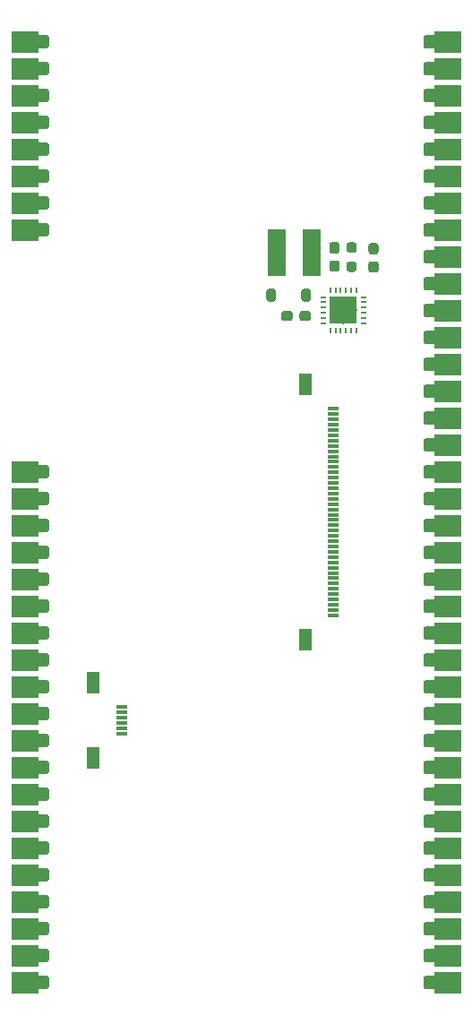
<source format=gts>
G04 #@! TF.GenerationSoftware,KiCad,Pcbnew,9.0.1+1*
G04 #@! TF.CreationDate,2025-11-11T14:39:45+00:00*
G04 #@! TF.ProjectId,lcd-panel,6c63642d-7061-46e6-956c-2e6b69636164,rev?*
G04 #@! TF.SameCoordinates,Original*
G04 #@! TF.FileFunction,Soldermask,Top*
G04 #@! TF.FilePolarity,Negative*
%FSLAX46Y46*%
G04 Gerber Fmt 4.6, Leading zero omitted, Abs format (unit mm)*
G04 Created by KiCad (PCBNEW 9.0.1+1) date 2025-11-11 14:39:45*
%MOMM*%
%LPD*%
G01*
G04 APERTURE LIST*
%ADD10R,2.540000X2.000000*%
%ADD11R,1.800000X4.500000*%
%ADD12R,0.599999X0.249999*%
%ADD13R,0.249999X0.599999*%
%ADD14C,0.500000*%
%ADD15R,2.600000X2.600000*%
%ADD16R,1.000000X0.300000*%
%ADD17R,1.300000X2.000000*%
G04 APERTURE END LIST*
D10*
X88400000Y-51440000D03*
G36*
G01*
X90725000Y-51065000D02*
X90725000Y-51815000D01*
G75*
G02*
X90475000Y-52065000I-250000J0D01*
G01*
X89725000Y-52065000D01*
G75*
G02*
X89475000Y-51815000I0J250000D01*
G01*
X89475000Y-51065000D01*
G75*
G02*
X89725000Y-50815000I250000J0D01*
G01*
X90475000Y-50815000D01*
G75*
G02*
X90725000Y-51065000I0J-250000D01*
G01*
G37*
X88400000Y-53980000D03*
G36*
G01*
X90725000Y-53605000D02*
X90725000Y-54355000D01*
G75*
G02*
X90475000Y-54605000I-250000J0D01*
G01*
X89725000Y-54605000D01*
G75*
G02*
X89475000Y-54355000I0J250000D01*
G01*
X89475000Y-53605000D01*
G75*
G02*
X89725000Y-53355000I250000J0D01*
G01*
X90475000Y-53355000D01*
G75*
G02*
X90725000Y-53605000I0J-250000D01*
G01*
G37*
X88400000Y-56520000D03*
G36*
G01*
X90725000Y-56145000D02*
X90725000Y-56895000D01*
G75*
G02*
X90475000Y-57145000I-250000J0D01*
G01*
X89725000Y-57145000D01*
G75*
G02*
X89475000Y-56895000I0J250000D01*
G01*
X89475000Y-56145000D01*
G75*
G02*
X89725000Y-55895000I250000J0D01*
G01*
X90475000Y-55895000D01*
G75*
G02*
X90725000Y-56145000I0J-250000D01*
G01*
G37*
X88400000Y-59060000D03*
G36*
G01*
X90725000Y-58685000D02*
X90725000Y-59435000D01*
G75*
G02*
X90475000Y-59685000I-250000J0D01*
G01*
X89725000Y-59685000D01*
G75*
G02*
X89475000Y-59435000I0J250000D01*
G01*
X89475000Y-58685000D01*
G75*
G02*
X89725000Y-58435000I250000J0D01*
G01*
X90475000Y-58435000D01*
G75*
G02*
X90725000Y-58685000I0J-250000D01*
G01*
G37*
X88400000Y-61600000D03*
G36*
G01*
X90725000Y-61225000D02*
X90725000Y-61975000D01*
G75*
G02*
X90475000Y-62225000I-250000J0D01*
G01*
X89725000Y-62225000D01*
G75*
G02*
X89475000Y-61975000I0J250000D01*
G01*
X89475000Y-61225000D01*
G75*
G02*
X89725000Y-60975000I250000J0D01*
G01*
X90475000Y-60975000D01*
G75*
G02*
X90725000Y-61225000I0J-250000D01*
G01*
G37*
X88400000Y-64140000D03*
G36*
G01*
X90725000Y-63765000D02*
X90725000Y-64515000D01*
G75*
G02*
X90475000Y-64765000I-250000J0D01*
G01*
X89725000Y-64765000D01*
G75*
G02*
X89475000Y-64515000I0J250000D01*
G01*
X89475000Y-63765000D01*
G75*
G02*
X89725000Y-63515000I250000J0D01*
G01*
X90475000Y-63515000D01*
G75*
G02*
X90725000Y-63765000I0J-250000D01*
G01*
G37*
X88400000Y-66680000D03*
G36*
G01*
X90725000Y-66305000D02*
X90725000Y-67055000D01*
G75*
G02*
X90475000Y-67305000I-250000J0D01*
G01*
X89725000Y-67305000D01*
G75*
G02*
X89475000Y-67055000I0J250000D01*
G01*
X89475000Y-66305000D01*
G75*
G02*
X89725000Y-66055000I250000J0D01*
G01*
X90475000Y-66055000D01*
G75*
G02*
X90725000Y-66305000I0J-250000D01*
G01*
G37*
X88400000Y-69220000D03*
G36*
G01*
X90725000Y-68845000D02*
X90725000Y-69595000D01*
G75*
G02*
X90475000Y-69845000I-250000J0D01*
G01*
X89725000Y-69845000D01*
G75*
G02*
X89475000Y-69595000I0J250000D01*
G01*
X89475000Y-68845000D01*
G75*
G02*
X89725000Y-68595000I250000J0D01*
G01*
X90475000Y-68595000D01*
G75*
G02*
X90725000Y-68845000I0J-250000D01*
G01*
G37*
X88400000Y-92080000D03*
G36*
G01*
X90725000Y-91705000D02*
X90725000Y-92455000D01*
G75*
G02*
X90475000Y-92705000I-250000J0D01*
G01*
X89725000Y-92705000D01*
G75*
G02*
X89475000Y-92455000I0J250000D01*
G01*
X89475000Y-91705000D01*
G75*
G02*
X89725000Y-91455000I250000J0D01*
G01*
X90475000Y-91455000D01*
G75*
G02*
X90725000Y-91705000I0J-250000D01*
G01*
G37*
X88400000Y-94620000D03*
G36*
G01*
X90725000Y-94245000D02*
X90725000Y-94995000D01*
G75*
G02*
X90475000Y-95245000I-250000J0D01*
G01*
X89725000Y-95245000D01*
G75*
G02*
X89475000Y-94995000I0J250000D01*
G01*
X89475000Y-94245000D01*
G75*
G02*
X89725000Y-93995000I250000J0D01*
G01*
X90475000Y-93995000D01*
G75*
G02*
X90725000Y-94245000I0J-250000D01*
G01*
G37*
X88400000Y-97160000D03*
G36*
G01*
X90725000Y-96785000D02*
X90725000Y-97535000D01*
G75*
G02*
X90475000Y-97785000I-250000J0D01*
G01*
X89725000Y-97785000D01*
G75*
G02*
X89475000Y-97535000I0J250000D01*
G01*
X89475000Y-96785000D01*
G75*
G02*
X89725000Y-96535000I250000J0D01*
G01*
X90475000Y-96535000D01*
G75*
G02*
X90725000Y-96785000I0J-250000D01*
G01*
G37*
X88400000Y-99700000D03*
G36*
G01*
X90725000Y-99325000D02*
X90725000Y-100075000D01*
G75*
G02*
X90475000Y-100325000I-250000J0D01*
G01*
X89725000Y-100325000D01*
G75*
G02*
X89475000Y-100075000I0J250000D01*
G01*
X89475000Y-99325000D01*
G75*
G02*
X89725000Y-99075000I250000J0D01*
G01*
X90475000Y-99075000D01*
G75*
G02*
X90725000Y-99325000I0J-250000D01*
G01*
G37*
X88400000Y-102240000D03*
G36*
G01*
X90725000Y-101865000D02*
X90725000Y-102615000D01*
G75*
G02*
X90475000Y-102865000I-250000J0D01*
G01*
X89725000Y-102865000D01*
G75*
G02*
X89475000Y-102615000I0J250000D01*
G01*
X89475000Y-101865000D01*
G75*
G02*
X89725000Y-101615000I250000J0D01*
G01*
X90475000Y-101615000D01*
G75*
G02*
X90725000Y-101865000I0J-250000D01*
G01*
G37*
X88400000Y-104780000D03*
G36*
G01*
X90725000Y-104405000D02*
X90725000Y-105155000D01*
G75*
G02*
X90475000Y-105405000I-250000J0D01*
G01*
X89725000Y-105405000D01*
G75*
G02*
X89475000Y-105155000I0J250000D01*
G01*
X89475000Y-104405000D01*
G75*
G02*
X89725000Y-104155000I250000J0D01*
G01*
X90475000Y-104155000D01*
G75*
G02*
X90725000Y-104405000I0J-250000D01*
G01*
G37*
X88400000Y-107320000D03*
G36*
G01*
X90725000Y-106945000D02*
X90725000Y-107695000D01*
G75*
G02*
X90475000Y-107945000I-250000J0D01*
G01*
X89725000Y-107945000D01*
G75*
G02*
X89475000Y-107695000I0J250000D01*
G01*
X89475000Y-106945000D01*
G75*
G02*
X89725000Y-106695000I250000J0D01*
G01*
X90475000Y-106695000D01*
G75*
G02*
X90725000Y-106945000I0J-250000D01*
G01*
G37*
X88400000Y-109860000D03*
G36*
G01*
X90725000Y-109485000D02*
X90725000Y-110235000D01*
G75*
G02*
X90475000Y-110485000I-250000J0D01*
G01*
X89725000Y-110485000D01*
G75*
G02*
X89475000Y-110235000I0J250000D01*
G01*
X89475000Y-109485000D01*
G75*
G02*
X89725000Y-109235000I250000J0D01*
G01*
X90475000Y-109235000D01*
G75*
G02*
X90725000Y-109485000I0J-250000D01*
G01*
G37*
X88400000Y-112400000D03*
G36*
G01*
X90725000Y-112025000D02*
X90725000Y-112775000D01*
G75*
G02*
X90475000Y-113025000I-250000J0D01*
G01*
X89725000Y-113025000D01*
G75*
G02*
X89475000Y-112775000I0J250000D01*
G01*
X89475000Y-112025000D01*
G75*
G02*
X89725000Y-111775000I250000J0D01*
G01*
X90475000Y-111775000D01*
G75*
G02*
X90725000Y-112025000I0J-250000D01*
G01*
G37*
X88400000Y-114940000D03*
G36*
G01*
X90725000Y-114565000D02*
X90725000Y-115315000D01*
G75*
G02*
X90475000Y-115565000I-250000J0D01*
G01*
X89725000Y-115565000D01*
G75*
G02*
X89475000Y-115315000I0J250000D01*
G01*
X89475000Y-114565000D01*
G75*
G02*
X89725000Y-114315000I250000J0D01*
G01*
X90475000Y-114315000D01*
G75*
G02*
X90725000Y-114565000I0J-250000D01*
G01*
G37*
X88400000Y-117480000D03*
G36*
G01*
X90725000Y-117105000D02*
X90725000Y-117855000D01*
G75*
G02*
X90475000Y-118105000I-250000J0D01*
G01*
X89725000Y-118105000D01*
G75*
G02*
X89475000Y-117855000I0J250000D01*
G01*
X89475000Y-117105000D01*
G75*
G02*
X89725000Y-116855000I250000J0D01*
G01*
X90475000Y-116855000D01*
G75*
G02*
X90725000Y-117105000I0J-250000D01*
G01*
G37*
X88400000Y-120020000D03*
G36*
G01*
X90725000Y-119645000D02*
X90725000Y-120395000D01*
G75*
G02*
X90475000Y-120645000I-250000J0D01*
G01*
X89725000Y-120645000D01*
G75*
G02*
X89475000Y-120395000I0J250000D01*
G01*
X89475000Y-119645000D01*
G75*
G02*
X89725000Y-119395000I250000J0D01*
G01*
X90475000Y-119395000D01*
G75*
G02*
X90725000Y-119645000I0J-250000D01*
G01*
G37*
X88400000Y-122560000D03*
G36*
G01*
X90725000Y-122185000D02*
X90725000Y-122935000D01*
G75*
G02*
X90475000Y-123185000I-250000J0D01*
G01*
X89725000Y-123185000D01*
G75*
G02*
X89475000Y-122935000I0J250000D01*
G01*
X89475000Y-122185000D01*
G75*
G02*
X89725000Y-121935000I250000J0D01*
G01*
X90475000Y-121935000D01*
G75*
G02*
X90725000Y-122185000I0J-250000D01*
G01*
G37*
X88400000Y-125100000D03*
G36*
G01*
X90725000Y-124725000D02*
X90725000Y-125475000D01*
G75*
G02*
X90475000Y-125725000I-250000J0D01*
G01*
X89725000Y-125725000D01*
G75*
G02*
X89475000Y-125475000I0J250000D01*
G01*
X89475000Y-124725000D01*
G75*
G02*
X89725000Y-124475000I250000J0D01*
G01*
X90475000Y-124475000D01*
G75*
G02*
X90725000Y-124725000I0J-250000D01*
G01*
G37*
X88400000Y-127640000D03*
G36*
G01*
X90725000Y-127265000D02*
X90725000Y-128015000D01*
G75*
G02*
X90475000Y-128265000I-250000J0D01*
G01*
X89725000Y-128265000D01*
G75*
G02*
X89475000Y-128015000I0J250000D01*
G01*
X89475000Y-127265000D01*
G75*
G02*
X89725000Y-127015000I250000J0D01*
G01*
X90475000Y-127015000D01*
G75*
G02*
X90725000Y-127265000I0J-250000D01*
G01*
G37*
X88400000Y-130180000D03*
G36*
G01*
X90725000Y-129805000D02*
X90725000Y-130555000D01*
G75*
G02*
X90475000Y-130805000I-250000J0D01*
G01*
X89725000Y-130805000D01*
G75*
G02*
X89475000Y-130555000I0J250000D01*
G01*
X89475000Y-129805000D01*
G75*
G02*
X89725000Y-129555000I250000J0D01*
G01*
X90475000Y-129555000D01*
G75*
G02*
X90725000Y-129805000I0J-250000D01*
G01*
G37*
X88400000Y-132720000D03*
G36*
G01*
X90725000Y-132345000D02*
X90725000Y-133095000D01*
G75*
G02*
X90475000Y-133345000I-250000J0D01*
G01*
X89725000Y-133345000D01*
G75*
G02*
X89475000Y-133095000I0J250000D01*
G01*
X89475000Y-132345000D01*
G75*
G02*
X89725000Y-132095000I250000J0D01*
G01*
X90475000Y-132095000D01*
G75*
G02*
X90725000Y-132345000I0J-250000D01*
G01*
G37*
X88400000Y-135260000D03*
G36*
G01*
X90725000Y-134885000D02*
X90725000Y-135635000D01*
G75*
G02*
X90475000Y-135885000I-250000J0D01*
G01*
X89725000Y-135885000D01*
G75*
G02*
X89475000Y-135635000I0J250000D01*
G01*
X89475000Y-134885000D01*
G75*
G02*
X89725000Y-134635000I250000J0D01*
G01*
X90475000Y-134635000D01*
G75*
G02*
X90725000Y-134885000I0J-250000D01*
G01*
G37*
X88400000Y-137800000D03*
G36*
G01*
X90725000Y-137425000D02*
X90725000Y-138175000D01*
G75*
G02*
X90475000Y-138425000I-250000J0D01*
G01*
X89725000Y-138425000D01*
G75*
G02*
X89475000Y-138175000I0J250000D01*
G01*
X89475000Y-137425000D01*
G75*
G02*
X89725000Y-137175000I250000J0D01*
G01*
X90475000Y-137175000D01*
G75*
G02*
X90725000Y-137425000I0J-250000D01*
G01*
G37*
X88400000Y-140340000D03*
G36*
G01*
X90725000Y-139965000D02*
X90725000Y-140715000D01*
G75*
G02*
X90475000Y-140965000I-250000J0D01*
G01*
X89725000Y-140965000D01*
G75*
G02*
X89475000Y-140715000I0J250000D01*
G01*
X89475000Y-139965000D01*
G75*
G02*
X89725000Y-139715000I250000J0D01*
G01*
X90475000Y-139715000D01*
G75*
G02*
X90725000Y-139965000I0J-250000D01*
G01*
G37*
G36*
G01*
X127325000Y-51065000D02*
X127325000Y-51815000D01*
G75*
G02*
X127075000Y-52065000I-250000J0D01*
G01*
X126325000Y-52065000D01*
G75*
G02*
X126075000Y-51815000I0J250000D01*
G01*
X126075000Y-51065000D01*
G75*
G02*
X126325000Y-50815000I250000J0D01*
G01*
X127075000Y-50815000D01*
G75*
G02*
X127325000Y-51065000I0J-250000D01*
G01*
G37*
X128400000Y-51440000D03*
G36*
G01*
X127325000Y-53605000D02*
X127325000Y-54355000D01*
G75*
G02*
X127075000Y-54605000I-250000J0D01*
G01*
X126325000Y-54605000D01*
G75*
G02*
X126075000Y-54355000I0J250000D01*
G01*
X126075000Y-53605000D01*
G75*
G02*
X126325000Y-53355000I250000J0D01*
G01*
X127075000Y-53355000D01*
G75*
G02*
X127325000Y-53605000I0J-250000D01*
G01*
G37*
X128400000Y-53980000D03*
G36*
G01*
X127325000Y-56145000D02*
X127325000Y-56895000D01*
G75*
G02*
X127075000Y-57145000I-250000J0D01*
G01*
X126325000Y-57145000D01*
G75*
G02*
X126075000Y-56895000I0J250000D01*
G01*
X126075000Y-56145000D01*
G75*
G02*
X126325000Y-55895000I250000J0D01*
G01*
X127075000Y-55895000D01*
G75*
G02*
X127325000Y-56145000I0J-250000D01*
G01*
G37*
X128400000Y-56520000D03*
G36*
G01*
X127325000Y-58685000D02*
X127325000Y-59435000D01*
G75*
G02*
X127075000Y-59685000I-250000J0D01*
G01*
X126325000Y-59685000D01*
G75*
G02*
X126075000Y-59435000I0J250000D01*
G01*
X126075000Y-58685000D01*
G75*
G02*
X126325000Y-58435000I250000J0D01*
G01*
X127075000Y-58435000D01*
G75*
G02*
X127325000Y-58685000I0J-250000D01*
G01*
G37*
X128400000Y-59060000D03*
G36*
G01*
X127325000Y-61225000D02*
X127325000Y-61975000D01*
G75*
G02*
X127075000Y-62225000I-250000J0D01*
G01*
X126325000Y-62225000D01*
G75*
G02*
X126075000Y-61975000I0J250000D01*
G01*
X126075000Y-61225000D01*
G75*
G02*
X126325000Y-60975000I250000J0D01*
G01*
X127075000Y-60975000D01*
G75*
G02*
X127325000Y-61225000I0J-250000D01*
G01*
G37*
X128400000Y-61600000D03*
G36*
G01*
X127325000Y-63765000D02*
X127325000Y-64515000D01*
G75*
G02*
X127075000Y-64765000I-250000J0D01*
G01*
X126325000Y-64765000D01*
G75*
G02*
X126075000Y-64515000I0J250000D01*
G01*
X126075000Y-63765000D01*
G75*
G02*
X126325000Y-63515000I250000J0D01*
G01*
X127075000Y-63515000D01*
G75*
G02*
X127325000Y-63765000I0J-250000D01*
G01*
G37*
X128400000Y-64140000D03*
G36*
G01*
X127325000Y-66305000D02*
X127325000Y-67055000D01*
G75*
G02*
X127075000Y-67305000I-250000J0D01*
G01*
X126325000Y-67305000D01*
G75*
G02*
X126075000Y-67055000I0J250000D01*
G01*
X126075000Y-66305000D01*
G75*
G02*
X126325000Y-66055000I250000J0D01*
G01*
X127075000Y-66055000D01*
G75*
G02*
X127325000Y-66305000I0J-250000D01*
G01*
G37*
X128400000Y-66680000D03*
G36*
G01*
X127325000Y-68845000D02*
X127325000Y-69595000D01*
G75*
G02*
X127075000Y-69845000I-250000J0D01*
G01*
X126325000Y-69845000D01*
G75*
G02*
X126075000Y-69595000I0J250000D01*
G01*
X126075000Y-68845000D01*
G75*
G02*
X126325000Y-68595000I250000J0D01*
G01*
X127075000Y-68595000D01*
G75*
G02*
X127325000Y-68845000I0J-250000D01*
G01*
G37*
X128400000Y-69220000D03*
G36*
G01*
X127325000Y-71385000D02*
X127325000Y-72135000D01*
G75*
G02*
X127075000Y-72385000I-250000J0D01*
G01*
X126325000Y-72385000D01*
G75*
G02*
X126075000Y-72135000I0J250000D01*
G01*
X126075000Y-71385000D01*
G75*
G02*
X126325000Y-71135000I250000J0D01*
G01*
X127075000Y-71135000D01*
G75*
G02*
X127325000Y-71385000I0J-250000D01*
G01*
G37*
X128400000Y-71760000D03*
G36*
G01*
X127325000Y-73925000D02*
X127325000Y-74675000D01*
G75*
G02*
X127075000Y-74925000I-250000J0D01*
G01*
X126325000Y-74925000D01*
G75*
G02*
X126075000Y-74675000I0J250000D01*
G01*
X126075000Y-73925000D01*
G75*
G02*
X126325000Y-73675000I250000J0D01*
G01*
X127075000Y-73675000D01*
G75*
G02*
X127325000Y-73925000I0J-250000D01*
G01*
G37*
X128400000Y-74300000D03*
G36*
G01*
X127325000Y-76465000D02*
X127325000Y-77215000D01*
G75*
G02*
X127075000Y-77465000I-250000J0D01*
G01*
X126325000Y-77465000D01*
G75*
G02*
X126075000Y-77215000I0J250000D01*
G01*
X126075000Y-76465000D01*
G75*
G02*
X126325000Y-76215000I250000J0D01*
G01*
X127075000Y-76215000D01*
G75*
G02*
X127325000Y-76465000I0J-250000D01*
G01*
G37*
X128400000Y-76840000D03*
G36*
G01*
X127325000Y-79005000D02*
X127325000Y-79755000D01*
G75*
G02*
X127075000Y-80005000I-250000J0D01*
G01*
X126325000Y-80005000D01*
G75*
G02*
X126075000Y-79755000I0J250000D01*
G01*
X126075000Y-79005000D01*
G75*
G02*
X126325000Y-78755000I250000J0D01*
G01*
X127075000Y-78755000D01*
G75*
G02*
X127325000Y-79005000I0J-250000D01*
G01*
G37*
X128400000Y-79380000D03*
G36*
G01*
X127325000Y-81545000D02*
X127325000Y-82295000D01*
G75*
G02*
X127075000Y-82545000I-250000J0D01*
G01*
X126325000Y-82545000D01*
G75*
G02*
X126075000Y-82295000I0J250000D01*
G01*
X126075000Y-81545000D01*
G75*
G02*
X126325000Y-81295000I250000J0D01*
G01*
X127075000Y-81295000D01*
G75*
G02*
X127325000Y-81545000I0J-250000D01*
G01*
G37*
X128400000Y-81920000D03*
G36*
G01*
X127325000Y-84085000D02*
X127325000Y-84835000D01*
G75*
G02*
X127075000Y-85085000I-250000J0D01*
G01*
X126325000Y-85085000D01*
G75*
G02*
X126075000Y-84835000I0J250000D01*
G01*
X126075000Y-84085000D01*
G75*
G02*
X126325000Y-83835000I250000J0D01*
G01*
X127075000Y-83835000D01*
G75*
G02*
X127325000Y-84085000I0J-250000D01*
G01*
G37*
X128400000Y-84460000D03*
G36*
G01*
X127325000Y-86625000D02*
X127325000Y-87375000D01*
G75*
G02*
X127075000Y-87625000I-250000J0D01*
G01*
X126325000Y-87625000D01*
G75*
G02*
X126075000Y-87375000I0J250000D01*
G01*
X126075000Y-86625000D01*
G75*
G02*
X126325000Y-86375000I250000J0D01*
G01*
X127075000Y-86375000D01*
G75*
G02*
X127325000Y-86625000I0J-250000D01*
G01*
G37*
X128400000Y-87000000D03*
G36*
G01*
X127325000Y-89165000D02*
X127325000Y-89915000D01*
G75*
G02*
X127075000Y-90165000I-250000J0D01*
G01*
X126325000Y-90165000D01*
G75*
G02*
X126075000Y-89915000I0J250000D01*
G01*
X126075000Y-89165000D01*
G75*
G02*
X126325000Y-88915000I250000J0D01*
G01*
X127075000Y-88915000D01*
G75*
G02*
X127325000Y-89165000I0J-250000D01*
G01*
G37*
X128400000Y-89540000D03*
G36*
G01*
X127325000Y-91705000D02*
X127325000Y-92455000D01*
G75*
G02*
X127075000Y-92705000I-250000J0D01*
G01*
X126325000Y-92705000D01*
G75*
G02*
X126075000Y-92455000I0J250000D01*
G01*
X126075000Y-91705000D01*
G75*
G02*
X126325000Y-91455000I250000J0D01*
G01*
X127075000Y-91455000D01*
G75*
G02*
X127325000Y-91705000I0J-250000D01*
G01*
G37*
X128400000Y-92080000D03*
G36*
G01*
X127325000Y-94245000D02*
X127325000Y-94995000D01*
G75*
G02*
X127075000Y-95245000I-250000J0D01*
G01*
X126325000Y-95245000D01*
G75*
G02*
X126075000Y-94995000I0J250000D01*
G01*
X126075000Y-94245000D01*
G75*
G02*
X126325000Y-93995000I250000J0D01*
G01*
X127075000Y-93995000D01*
G75*
G02*
X127325000Y-94245000I0J-250000D01*
G01*
G37*
X128400000Y-94620000D03*
G36*
G01*
X127325000Y-96785000D02*
X127325000Y-97535000D01*
G75*
G02*
X127075000Y-97785000I-250000J0D01*
G01*
X126325000Y-97785000D01*
G75*
G02*
X126075000Y-97535000I0J250000D01*
G01*
X126075000Y-96785000D01*
G75*
G02*
X126325000Y-96535000I250000J0D01*
G01*
X127075000Y-96535000D01*
G75*
G02*
X127325000Y-96785000I0J-250000D01*
G01*
G37*
X128400000Y-97160000D03*
G36*
G01*
X127325000Y-99325000D02*
X127325000Y-100075000D01*
G75*
G02*
X127075000Y-100325000I-250000J0D01*
G01*
X126325000Y-100325000D01*
G75*
G02*
X126075000Y-100075000I0J250000D01*
G01*
X126075000Y-99325000D01*
G75*
G02*
X126325000Y-99075000I250000J0D01*
G01*
X127075000Y-99075000D01*
G75*
G02*
X127325000Y-99325000I0J-250000D01*
G01*
G37*
X128400000Y-99700000D03*
G36*
G01*
X127325000Y-101865000D02*
X127325000Y-102615000D01*
G75*
G02*
X127075000Y-102865000I-250000J0D01*
G01*
X126325000Y-102865000D01*
G75*
G02*
X126075000Y-102615000I0J250000D01*
G01*
X126075000Y-101865000D01*
G75*
G02*
X126325000Y-101615000I250000J0D01*
G01*
X127075000Y-101615000D01*
G75*
G02*
X127325000Y-101865000I0J-250000D01*
G01*
G37*
X128400000Y-102240000D03*
G36*
G01*
X127325000Y-104405000D02*
X127325000Y-105155000D01*
G75*
G02*
X127075000Y-105405000I-250000J0D01*
G01*
X126325000Y-105405000D01*
G75*
G02*
X126075000Y-105155000I0J250000D01*
G01*
X126075000Y-104405000D01*
G75*
G02*
X126325000Y-104155000I250000J0D01*
G01*
X127075000Y-104155000D01*
G75*
G02*
X127325000Y-104405000I0J-250000D01*
G01*
G37*
X128400000Y-104780000D03*
G36*
G01*
X127325000Y-106945000D02*
X127325000Y-107695000D01*
G75*
G02*
X127075000Y-107945000I-250000J0D01*
G01*
X126325000Y-107945000D01*
G75*
G02*
X126075000Y-107695000I0J250000D01*
G01*
X126075000Y-106945000D01*
G75*
G02*
X126325000Y-106695000I250000J0D01*
G01*
X127075000Y-106695000D01*
G75*
G02*
X127325000Y-106945000I0J-250000D01*
G01*
G37*
X128400000Y-107320000D03*
G36*
G01*
X127325000Y-109485000D02*
X127325000Y-110235000D01*
G75*
G02*
X127075000Y-110485000I-250000J0D01*
G01*
X126325000Y-110485000D01*
G75*
G02*
X126075000Y-110235000I0J250000D01*
G01*
X126075000Y-109485000D01*
G75*
G02*
X126325000Y-109235000I250000J0D01*
G01*
X127075000Y-109235000D01*
G75*
G02*
X127325000Y-109485000I0J-250000D01*
G01*
G37*
X128400000Y-109860000D03*
G36*
G01*
X127325000Y-112025000D02*
X127325000Y-112775000D01*
G75*
G02*
X127075000Y-113025000I-250000J0D01*
G01*
X126325000Y-113025000D01*
G75*
G02*
X126075000Y-112775000I0J250000D01*
G01*
X126075000Y-112025000D01*
G75*
G02*
X126325000Y-111775000I250000J0D01*
G01*
X127075000Y-111775000D01*
G75*
G02*
X127325000Y-112025000I0J-250000D01*
G01*
G37*
X128400000Y-112400000D03*
G36*
G01*
X127325000Y-114565000D02*
X127325000Y-115315000D01*
G75*
G02*
X127075000Y-115565000I-250000J0D01*
G01*
X126325000Y-115565000D01*
G75*
G02*
X126075000Y-115315000I0J250000D01*
G01*
X126075000Y-114565000D01*
G75*
G02*
X126325000Y-114315000I250000J0D01*
G01*
X127075000Y-114315000D01*
G75*
G02*
X127325000Y-114565000I0J-250000D01*
G01*
G37*
X128400000Y-114940000D03*
G36*
G01*
X127325000Y-117105000D02*
X127325000Y-117855000D01*
G75*
G02*
X127075000Y-118105000I-250000J0D01*
G01*
X126325000Y-118105000D01*
G75*
G02*
X126075000Y-117855000I0J250000D01*
G01*
X126075000Y-117105000D01*
G75*
G02*
X126325000Y-116855000I250000J0D01*
G01*
X127075000Y-116855000D01*
G75*
G02*
X127325000Y-117105000I0J-250000D01*
G01*
G37*
X128400000Y-117480000D03*
G36*
G01*
X127325000Y-119645000D02*
X127325000Y-120395000D01*
G75*
G02*
X127075000Y-120645000I-250000J0D01*
G01*
X126325000Y-120645000D01*
G75*
G02*
X126075000Y-120395000I0J250000D01*
G01*
X126075000Y-119645000D01*
G75*
G02*
X126325000Y-119395000I250000J0D01*
G01*
X127075000Y-119395000D01*
G75*
G02*
X127325000Y-119645000I0J-250000D01*
G01*
G37*
X128400000Y-120020000D03*
G36*
G01*
X127325000Y-122185000D02*
X127325000Y-122935000D01*
G75*
G02*
X127075000Y-123185000I-250000J0D01*
G01*
X126325000Y-123185000D01*
G75*
G02*
X126075000Y-122935000I0J250000D01*
G01*
X126075000Y-122185000D01*
G75*
G02*
X126325000Y-121935000I250000J0D01*
G01*
X127075000Y-121935000D01*
G75*
G02*
X127325000Y-122185000I0J-250000D01*
G01*
G37*
X128400000Y-122560000D03*
G36*
G01*
X127325000Y-124725000D02*
X127325000Y-125475000D01*
G75*
G02*
X127075000Y-125725000I-250000J0D01*
G01*
X126325000Y-125725000D01*
G75*
G02*
X126075000Y-125475000I0J250000D01*
G01*
X126075000Y-124725000D01*
G75*
G02*
X126325000Y-124475000I250000J0D01*
G01*
X127075000Y-124475000D01*
G75*
G02*
X127325000Y-124725000I0J-250000D01*
G01*
G37*
X128400000Y-125100000D03*
G36*
G01*
X127325000Y-127265000D02*
X127325000Y-128015000D01*
G75*
G02*
X127075000Y-128265000I-250000J0D01*
G01*
X126325000Y-128265000D01*
G75*
G02*
X126075000Y-128015000I0J250000D01*
G01*
X126075000Y-127265000D01*
G75*
G02*
X126325000Y-127015000I250000J0D01*
G01*
X127075000Y-127015000D01*
G75*
G02*
X127325000Y-127265000I0J-250000D01*
G01*
G37*
X128400000Y-127640000D03*
G36*
G01*
X127325000Y-129805000D02*
X127325000Y-130555000D01*
G75*
G02*
X127075000Y-130805000I-250000J0D01*
G01*
X126325000Y-130805000D01*
G75*
G02*
X126075000Y-130555000I0J250000D01*
G01*
X126075000Y-129805000D01*
G75*
G02*
X126325000Y-129555000I250000J0D01*
G01*
X127075000Y-129555000D01*
G75*
G02*
X127325000Y-129805000I0J-250000D01*
G01*
G37*
X128400000Y-130180000D03*
G36*
G01*
X127325000Y-132345000D02*
X127325000Y-133095000D01*
G75*
G02*
X127075000Y-133345000I-250000J0D01*
G01*
X126325000Y-133345000D01*
G75*
G02*
X126075000Y-133095000I0J250000D01*
G01*
X126075000Y-132345000D01*
G75*
G02*
X126325000Y-132095000I250000J0D01*
G01*
X127075000Y-132095000D01*
G75*
G02*
X127325000Y-132345000I0J-250000D01*
G01*
G37*
X128400000Y-132720000D03*
G36*
G01*
X127325000Y-134885000D02*
X127325000Y-135635000D01*
G75*
G02*
X127075000Y-135885000I-250000J0D01*
G01*
X126325000Y-135885000D01*
G75*
G02*
X126075000Y-135635000I0J250000D01*
G01*
X126075000Y-134885000D01*
G75*
G02*
X126325000Y-134635000I250000J0D01*
G01*
X127075000Y-134635000D01*
G75*
G02*
X127325000Y-134885000I0J-250000D01*
G01*
G37*
X128400000Y-135260000D03*
G36*
G01*
X127325000Y-137425000D02*
X127325000Y-138175000D01*
G75*
G02*
X127075000Y-138425000I-250000J0D01*
G01*
X126325000Y-138425000D01*
G75*
G02*
X126075000Y-138175000I0J250000D01*
G01*
X126075000Y-137425000D01*
G75*
G02*
X126325000Y-137175000I250000J0D01*
G01*
X127075000Y-137175000D01*
G75*
G02*
X127325000Y-137425000I0J-250000D01*
G01*
G37*
X128400000Y-137800000D03*
G36*
G01*
X127325000Y-139965000D02*
X127325000Y-140715000D01*
G75*
G02*
X127075000Y-140965000I-250000J0D01*
G01*
X126325000Y-140965000D01*
G75*
G02*
X126075000Y-140715000I0J250000D01*
G01*
X126075000Y-139965000D01*
G75*
G02*
X126325000Y-139715000I250000J0D01*
G01*
X127075000Y-139715000D01*
G75*
G02*
X127325000Y-139965000I0J-250000D01*
G01*
G37*
X128400000Y-140340000D03*
G36*
G01*
X111249998Y-75770001D02*
X111249998Y-75020001D01*
G75*
G02*
X111474998Y-74795001I225000J0D01*
G01*
X111924998Y-74795001D01*
G75*
G02*
X112149998Y-75020001I0J-225000D01*
G01*
X112149998Y-75770001D01*
G75*
G02*
X111924998Y-75995001I-225000J0D01*
G01*
X111474998Y-75995001D01*
G75*
G02*
X111249998Y-75770001I0J225000D01*
G01*
G37*
G36*
G01*
X114549998Y-75770001D02*
X114549998Y-75020001D01*
G75*
G02*
X114774998Y-74795001I225000J0D01*
G01*
X115224998Y-74795001D01*
G75*
G02*
X115449998Y-75020001I0J-225000D01*
G01*
X115449998Y-75770001D01*
G75*
G02*
X115224998Y-75995001I-225000J0D01*
G01*
X114774998Y-75995001D01*
G75*
G02*
X114549998Y-75770001I0J225000D01*
G01*
G37*
G36*
G01*
X119062498Y-70395001D02*
X119537498Y-70395001D01*
G75*
G02*
X119774998Y-70632501I0J-237500D01*
G01*
X119774998Y-71132501D01*
G75*
G02*
X119537498Y-71370001I-237500J0D01*
G01*
X119062498Y-71370001D01*
G75*
G02*
X118824998Y-71132501I0J237500D01*
G01*
X118824998Y-70632501D01*
G75*
G02*
X119062498Y-70395001I237500J0D01*
G01*
G37*
G36*
G01*
X119062498Y-72220001D02*
X119537498Y-72220001D01*
G75*
G02*
X119774998Y-72457501I0J-237500D01*
G01*
X119774998Y-72957501D01*
G75*
G02*
X119537498Y-73195001I-237500J0D01*
G01*
X119062498Y-73195001D01*
G75*
G02*
X118824998Y-72957501I0J237500D01*
G01*
X118824998Y-72457501D01*
G75*
G02*
X119062498Y-72220001I237500J0D01*
G01*
G37*
G36*
G01*
X117442498Y-70385001D02*
X117917498Y-70385001D01*
G75*
G02*
X118154998Y-70622501I0J-237500D01*
G01*
X118154998Y-71222501D01*
G75*
G02*
X117917498Y-71460001I-237500J0D01*
G01*
X117442498Y-71460001D01*
G75*
G02*
X117204998Y-71222501I0J237500D01*
G01*
X117204998Y-70622501D01*
G75*
G02*
X117442498Y-70385001I237500J0D01*
G01*
G37*
G36*
G01*
X117442498Y-72110001D02*
X117917498Y-72110001D01*
G75*
G02*
X118154998Y-72347501I0J-237500D01*
G01*
X118154998Y-72947501D01*
G75*
G02*
X117917498Y-73185001I-237500J0D01*
G01*
X117442498Y-73185001D01*
G75*
G02*
X117204998Y-72947501I0J237500D01*
G01*
X117204998Y-72347501D01*
G75*
G02*
X117442498Y-72110001I237500J0D01*
G01*
G37*
D11*
X115539998Y-71385001D03*
X112239998Y-71385001D03*
D12*
X116630001Y-75570001D03*
X116630001Y-76070000D03*
X116630001Y-76570001D03*
X116630001Y-77070001D03*
X116630001Y-77570002D03*
X116630001Y-78070001D03*
D13*
X117280000Y-78720000D03*
X117779999Y-78720000D03*
X118280000Y-78720000D03*
X118779999Y-78720000D03*
X119280001Y-78720000D03*
X119780000Y-78720000D03*
D12*
X120429998Y-78070001D03*
X120429998Y-77570002D03*
X120429998Y-77070001D03*
X120429998Y-76570001D03*
X120429998Y-76070000D03*
X120429998Y-75570001D03*
D13*
X119780000Y-74920002D03*
X119280001Y-74920002D03*
X118779999Y-74920002D03*
X118280000Y-74920002D03*
X117779999Y-74920002D03*
X117280000Y-74920002D03*
D14*
X117479999Y-76820001D03*
X118530000Y-75770001D03*
X118530000Y-76820001D03*
D15*
X118530000Y-76820001D03*
D14*
X118530000Y-77870001D03*
X119580000Y-76820001D03*
D16*
X117600000Y-86139999D03*
X117600000Y-86639998D03*
X117600000Y-87140000D03*
X117600000Y-87639999D03*
X117600000Y-88140000D03*
X117600000Y-88639999D03*
X117600000Y-89139998D03*
X117600000Y-89640000D03*
X117600000Y-90139999D03*
X117600000Y-90639998D03*
X117600000Y-91139999D03*
X117600000Y-91639998D03*
X117600000Y-92140000D03*
X117600000Y-92639999D03*
X117600000Y-93139998D03*
X117600000Y-93639999D03*
X117600000Y-94139998D03*
X117600000Y-94640000D03*
X117600000Y-95139999D03*
X117600000Y-95639998D03*
X117600000Y-96140000D03*
X117600000Y-96639998D03*
X117600000Y-97140000D03*
X117600000Y-97639999D03*
X117600000Y-98139998D03*
X117600000Y-98640000D03*
X117600000Y-99139999D03*
X117600000Y-99640000D03*
X117600000Y-100139999D03*
X117600000Y-100639998D03*
X117600000Y-101140000D03*
X117600000Y-101639999D03*
X117600000Y-102140000D03*
X117600000Y-102639999D03*
X117600000Y-103139998D03*
X117600000Y-103640000D03*
X117600000Y-104139999D03*
X117600000Y-104640000D03*
X117600000Y-105139999D03*
X117600000Y-105639998D03*
D17*
X114900001Y-83840019D03*
X114900001Y-107939981D03*
G36*
G01*
X112649998Y-77592501D02*
X112649998Y-77117501D01*
G75*
G02*
X112887498Y-76880001I237500J0D01*
G01*
X113487498Y-76880001D01*
G75*
G02*
X113724998Y-77117501I0J-237500D01*
G01*
X113724998Y-77592501D01*
G75*
G02*
X113487498Y-77830001I-237500J0D01*
G01*
X112887498Y-77830001D01*
G75*
G02*
X112649998Y-77592501I0J237500D01*
G01*
G37*
G36*
G01*
X114374998Y-77592501D02*
X114374998Y-77117501D01*
G75*
G02*
X114612498Y-76880001I237500J0D01*
G01*
X115212498Y-76880001D01*
G75*
G02*
X115449998Y-77117501I0J-237500D01*
G01*
X115449998Y-77592501D01*
G75*
G02*
X115212498Y-77830001I-237500J0D01*
G01*
X114612498Y-77830001D01*
G75*
G02*
X114374998Y-77592501I0J237500D01*
G01*
G37*
D16*
X97599999Y-114299998D03*
X97599999Y-114799997D03*
X97599999Y-115299998D03*
X97599999Y-115799998D03*
X97599999Y-116299999D03*
X97599999Y-116799998D03*
D17*
X94900000Y-112000000D03*
X94900000Y-119099996D03*
G36*
G01*
X121132500Y-70460000D02*
X121607500Y-70460000D01*
G75*
G02*
X121845000Y-70697500I0J-237500D01*
G01*
X121845000Y-71297500D01*
G75*
G02*
X121607500Y-71535000I-237500J0D01*
G01*
X121132500Y-71535000D01*
G75*
G02*
X120895000Y-71297500I0J237500D01*
G01*
X120895000Y-70697500D01*
G75*
G02*
X121132500Y-70460000I237500J0D01*
G01*
G37*
G36*
G01*
X121132500Y-72185000D02*
X121607500Y-72185000D01*
G75*
G02*
X121845000Y-72422500I0J-237500D01*
G01*
X121845000Y-73022500D01*
G75*
G02*
X121607500Y-73260000I-237500J0D01*
G01*
X121132500Y-73260000D01*
G75*
G02*
X120895000Y-73022500I0J237500D01*
G01*
X120895000Y-72422500D01*
G75*
G02*
X121132500Y-72185000I237500J0D01*
G01*
G37*
M02*

</source>
